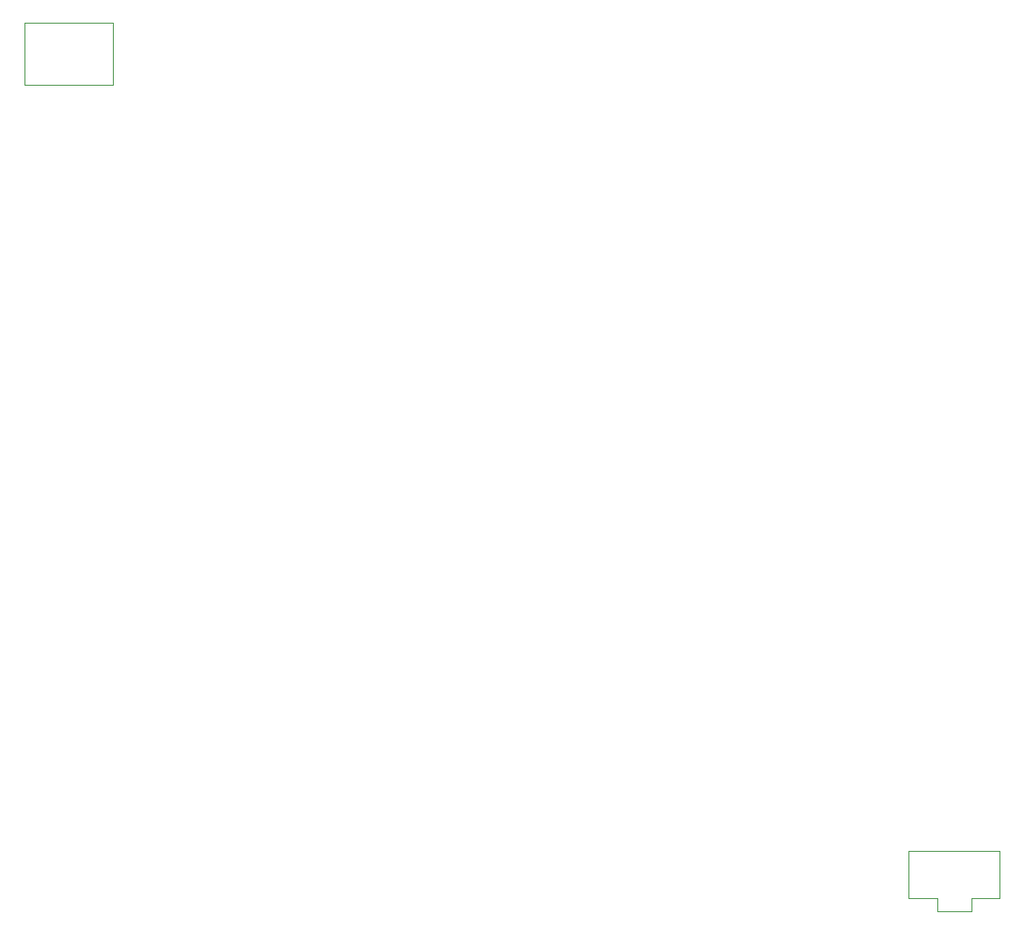
<source format=gbr>
G04 #@! TF.GenerationSoftware,KiCad,Pcbnew,5.1.9*
G04 #@! TF.CreationDate,2021-01-25T17:48:52-06:00*
G04 #@! TF.ProjectId,halfboard,68616c66-626f-4617-9264-2e6b69636164,rev?*
G04 #@! TF.SameCoordinates,Original*
G04 #@! TF.FileFunction,Other,User*
%FSLAX46Y46*%
G04 Gerber Fmt 4.6, Leading zero omitted, Abs format (unit mm)*
G04 Created by KiCad (PCBNEW 5.1.9) date 2021-01-25 17:48:52*
%MOMM*%
%LPD*%
G01*
G04 APERTURE LIST*
%ADD10C,0.050000*%
G04 APERTURE END LIST*
D10*
G04 #@! TO.C,RESET2*
X95216400Y-59057800D02*
X103716400Y-59057800D01*
X103716400Y-59057800D02*
X103716400Y-53057800D01*
X103716400Y-53057800D02*
X95216400Y-53057800D01*
X95216400Y-53057800D02*
X95216400Y-59057800D01*
G04 #@! TO.C,PWR_SW2*
X189540600Y-133262200D02*
X180740600Y-133262200D01*
X180740600Y-133262200D02*
X180740600Y-137812200D01*
X180740600Y-137812200D02*
X183490600Y-137812200D01*
X183490600Y-137812200D02*
X183490600Y-139112200D01*
X183490600Y-139112200D02*
X186790600Y-139112200D01*
X186790600Y-139112200D02*
X186790600Y-137812200D01*
X186790600Y-137812200D02*
X189540600Y-137812200D01*
X189540600Y-137812200D02*
X189540600Y-133262200D01*
G04 #@! TD*
M02*

</source>
